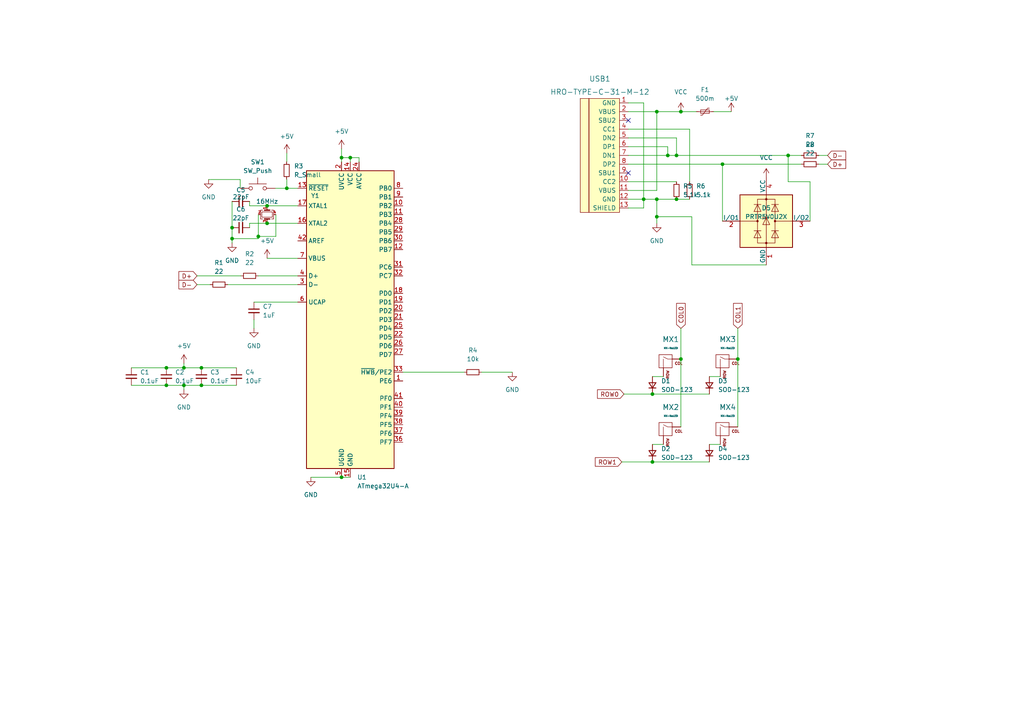
<source format=kicad_sch>
(kicad_sch (version 20211123) (generator eeschema)
  (paper "A4")
  (lib_symbols
    (symbol "Device:C_Small" (pin_numbers hide) (pin_names (offset 0.254) hide)
      (property "Reference" "C" (at 0.254 1.778 0))
      (property "Value" "C_Small" (at 0.254 -2.032 0))
      (symbol "C_Small_0_1"
        (polyline (pts (xy -1.524 -0.508) (xy 1.524 -0.508)) (stroke (width 0.3302)))
        (polyline (pts (xy -1.524 0.508) (xy 1.524 0.508)) (stroke (width 0.3048)))
      )
      (symbol "C_Small_1_1"
        (pin passive line (at 0 2.54 270) (length 2.032) (name "~") (number "1"))
        (pin passive line (at 0 -2.54 90) (length 2.032) (name "~") (number "2"))
      )
    )
    (symbol "Device:Crystal_GND24_Small" (pin_names (offset 1.016) hide)
      (property "Reference" "Y" (at 1.27 4.445 0))
      (property "Value" "Crystal_GND24_Small" (at 1.27 2.54 0))
      (symbol "Crystal_GND24_Small_0_1"
        (rectangle (start -0.762 -1.524) (end 0.762 1.524))
        (polyline (pts (xy -1.27 -0.762) (xy -1.27 0.762)) (stroke (width 0.381)))
        (polyline (pts (xy 1.27 -0.762) (xy 1.27 0.762)) (stroke (width 0.381)))
        (polyline (pts (xy -1.27 -1.27) (xy -1.27 -1.905) (xy 1.27 -1.905) (xy 1.27 -1.27)))
        (polyline (pts (xy -1.27 1.27) (xy -1.27 1.905) (xy 1.27 1.905) (xy 1.27 1.27)))
      )
      (symbol "Crystal_GND24_Small_1_1"
        (pin passive line (at -2.54 0 0) (length 1.27) (name "1") (number "1"))
        (pin passive line (at 0 -2.54 90) (length 0.635) (name "2") (number "2"))
        (pin passive line (at 2.54 0 180) (length 1.27) (name "3") (number "3"))
        (pin passive line (at 0 2.54 270) (length 0.635) (name "4") (number "4"))
      )
    )
    (symbol "Device:D_Small" (pin_numbers hide) (pin_names (offset 0.254) hide)
      (property "Reference" "D" (at -1.27 2.032 0))
      (property "Value" "D_Small" (at -3.81 -2.032 0))
      (symbol "D_Small_0_1"
        (polyline (pts (xy -0.762 -1.016) (xy -0.762 1.016)) (stroke (width 0.254)))
        (polyline (pts (xy -0.762 0) (xy 0.762 0)))
        (polyline (pts (xy 0.762 -1.016) (xy -0.762 0) (xy 0.762 1.016) (xy 0.762 -1.016)) (stroke (width 0.254)))
      )
      (symbol "D_Small_1_1"
        (pin passive line (at -2.54 0 0) (length 1.778) (name "K") (number "1"))
        (pin passive line (at 2.54 0 180) (length 1.778) (name "A") (number "2"))
      )
    )
    (symbol "Device:Polyfuse_Small" (pin_numbers hide) (pin_names (offset 0))
      (property "Reference" "F" (at -1.905 0 90))
      (property "Value" "Polyfuse_Small" (at 1.905 0 90))
      (symbol "Polyfuse_Small_0_1"
        (rectangle (start -0.508 1.27) (end 0.508 -1.27))
        (polyline (pts (xy 0 2.54) (xy 0 -2.54)))
        (polyline (pts (xy -1.016 1.27) (xy -1.016 0.762) (xy 1.016 -0.762) (xy 1.016 -1.27)))
      )
      (symbol "Polyfuse_Small_1_1"
        (pin passive line (at 0 2.54 270) (length 0.635) (name "~") (number "1"))
        (pin passive line (at 0 -2.54 90) (length 0.635) (name "~") (number "2"))
      )
    )
    (symbol "Device:R_Small" (pin_numbers hide) (pin_names (offset 0.254) hide)
      (property "Reference" "R" (at 0.762 0.508 0))
      (property "Value" "R_Small" (at 0.762 -1.016 0))
      (symbol "R_Small_0_1"
        (rectangle (start -0.762 1.778) (end 0.762 -1.778) (stroke (width 0.2032)))
      )
      (symbol "R_Small_1_1"
        (pin passive line (at 0 2.54 270) (length 0.762) (name "~") (number "1"))
        (pin passive line (at 0 -2.54 90) (length 0.762) (name "~") (number "2"))
      )
    )
    (symbol "MCU_Microchip_ATmega:ATmega32U4-A"
      (property "Reference" "U" (at -12.7 44.45 0))
      (property "Value" "ATmega32U4-A" (at 2.54 -44.45 0))
      (symbol "ATmega32U4-A_0_1"
        (rectangle (start -12.7 -43.18) (end 12.7 43.18) (stroke (width 0.254)) (fill (type background)))
      )
      (symbol "ATmega32U4-A_1_1"
        (pin bidirectional line (at 15.24 -17.78 180) (length 2.54) (name "PE6") (number "1"))
        (pin bidirectional line (at 15.24 33.02 180) (length 2.54) (name "PB2") (number "10"))
        (pin bidirectional line (at 15.24 30.48 180) (length 2.54) (name "PB3") (number "11"))
        (pin bidirectional line (at 15.24 20.32 180) (length 2.54) (name "PB7") (number "12"))
        (pin input line (at -15.24 38.1 0) (length 2.54) (name "~{RESET}") (number "13"))
        (pin power_in line (at 0 45.72 270) (length 2.54) (name "VCC") (number "14"))
        (pin power_in line (at 0 -45.72 90) (length 2.54) (name "GND") (number "15"))
        (pin output line (at -15.24 27.94 0) (length 2.54) (name "XTAL2") (number "16"))
        (pin input line (at -15.24 33.02 0) (length 2.54) (name "XTAL1") (number "17"))
        (pin bidirectional line (at 15.24 7.62 180) (length 2.54) (name "PD0") (number "18"))
        (pin bidirectional line (at 15.24 5.08 180) (length 2.54) (name "PD1") (number "19"))
        (pin power_in line (at -2.54 45.72 270) (length 2.54) (name "UVCC") (number "2"))
        (pin bidirectional line (at 15.24 2.54 180) (length 2.54) (name "PD2") (number "20"))
        (pin bidirectional line (at 15.24 0 180) (length 2.54) (name "PD3") (number "21"))
        (pin bidirectional line (at 15.24 -5.08 180) (length 2.54) (name "PD5") (number "22"))
        (pin passive line (at 0 -45.72 90) (length 2.54) hide (name "GND") (number "23"))
        (pin power_in line (at 2.54 45.72 270) (length 2.54) (name "AVCC") (number "24"))
        (pin bidirectional line (at 15.24 -2.54 180) (length 2.54) (name "PD4") (number "25"))
        (pin bidirectional line (at 15.24 -7.62 180) (length 2.54) (name "PD6") (number "26"))
        (pin bidirectional line (at 15.24 -10.16 180) (length 2.54) (name "PD7") (number "27"))
        (pin bidirectional line (at 15.24 27.94 180) (length 2.54) (name "PB4") (number "28"))
        (pin bidirectional line (at 15.24 25.4 180) (length 2.54) (name "PB5") (number "29"))
        (pin bidirectional line (at -15.24 10.16 0) (length 2.54) (name "D-") (number "3"))
        (pin bidirectional line (at 15.24 22.86 180) (length 2.54) (name "PB6") (number "30"))
        (pin bidirectional line (at 15.24 15.24 180) (length 2.54) (name "PC6") (number "31"))
        (pin bidirectional line (at 15.24 12.7 180) (length 2.54) (name "PC7") (number "32"))
        (pin bidirectional line (at 15.24 -15.24 180) (length 2.54) (name "~{HWB}/PE2") (number "33"))
        (pin passive line (at 0 45.72 270) (length 2.54) hide (name "VCC") (number "34"))
        (pin passive line (at 0 -45.72 90) (length 2.54) hide (name "GND") (number "35"))
        (pin bidirectional line (at 15.24 -35.56 180) (length 2.54) (name "PF7") (number "36"))
        (pin bidirectional line (at 15.24 -33.02 180) (length 2.54) (name "PF6") (number "37"))
        (pin bidirectional line (at 15.24 -30.48 180) (length 2.54) (name "PF5") (number "38"))
        (pin bidirectional line (at 15.24 -27.94 180) (length 2.54) (name "PF4") (number "39"))
        (pin bidirectional line (at -15.24 12.7 0) (length 2.54) (name "D+") (number "4"))
        (pin bidirectional line (at 15.24 -25.4 180) (length 2.54) (name "PF1") (number "40"))
        (pin bidirectional line (at 15.24 -22.86 180) (length 2.54) (name "PF0") (number "41"))
        (pin passive line (at -15.24 22.86 0) (length 2.54) (name "AREF") (number "42"))
        (pin passive line (at 0 -45.72 90) (length 2.54) hide (name "GND") (number "43"))
        (pin passive line (at 2.54 45.72 270) (length 2.54) hide (name "AVCC") (number "44"))
        (pin passive line (at -2.54 -45.72 90) (length 2.54) (name "UGND") (number "5"))
        (pin passive line (at -15.24 5.08 0) (length 2.54) (name "UCAP") (number "6"))
        (pin input line (at -15.24 17.78 0) (length 2.54) (name "VBUS") (number "7"))
        (pin bidirectional line (at 15.24 38.1 180) (length 2.54) (name "PB0") (number "8"))
        (pin bidirectional line (at 15.24 35.56 180) (length 2.54) (name "PB1") (number "9"))
      )
    )
    (symbol "MX_Alps_Hybrid:MX-NoLED" (pin_names (offset 1.016))
      (property "Reference" "MX" (at -0.635 3.81 0))
      (property "Value" "MX-NoLED" (at -0.635 1.27 0))
      (symbol "MX-NoLED_0_0"
        (rectangle (start -2.54 2.54) (end 1.27 -1.27))
        (polyline (pts (xy -1.27 -1.27) (xy -1.27 1.27)) (stroke (width 0.127)))
        (polyline (pts (xy 1.27 1.27) (xy 0 1.27) (xy -1.27 1.905)) (stroke (width 0.127)))
        (text "COL" (at 3.175 0 0) (effects (font (size 0.762 0.762))))
        (text "ROW" (at 0 -1.905 900) (effects (font (size 0.762 0.762)) (justify right)))
      )
      (symbol "MX-NoLED_1_1"
        (pin passive line (at 3.81 1.27 180) (length 2.54) (name "COL") (number "1"))
        (pin passive line (at -1.27 -3.81 90) (length 2.54) (name "ROW") (number "2"))
      )
    )
    (symbol "Power_Protection:PRTR5V0U2X" (pin_names (offset 0))
      (property "Reference" "D" (at 2.794 8.636 0))
      (property "Value" "PRTR5V0U2X" (at 8.128 -9.398 0))
      (symbol "PRTR5V0U2X_0_1"
        (rectangle (start -7.62 -7.62) (end 7.62 7.62) (stroke (width 0.254)) (fill (type background)))
        (circle (center -2.54 0) (radius 0.254) (fill (type outline)))
        (rectangle (start -2.54 6.35) (end 2.54 -6.35))
        (circle (center 0 -6.35) (radius 0.254) (fill (type outline)))
        (polyline (pts (xy -2.54 0) (xy -7.62 0)))
        (polyline (pts (xy -1.524 -2.794) (xy -3.556 -2.794)))
        (polyline (pts (xy -1.524 4.826) (xy -3.556 4.826)))
        (polyline (pts (xy 0 -7.62) (xy 0 7.62)))
        (polyline (pts (xy 1.524 -2.794) (xy 3.556 -2.794)))
        (polyline (pts (xy 1.524 4.826) (xy 3.556 4.826)))
        (polyline (pts (xy 2.54 0) (xy 7.62 0)))
        (polyline (pts (xy 1.016 1.016) (xy -1.016 1.016) (xy -1.016 0.508)))
        (polyline (pts (xy -3.556 -4.826) (xy -1.524 -4.826) (xy -2.54 -2.794) (xy -3.556 -4.826)))
        (polyline (pts (xy -3.556 2.794) (xy -1.524 2.794) (xy -2.54 4.826) (xy -3.556 2.794)))
        (polyline (pts (xy -1.016 -1.016) (xy 1.016 -1.016) (xy 0 1.016) (xy -1.016 -1.016)))
        (polyline (pts (xy 3.556 -4.826) (xy 1.524 -4.826) (xy 2.54 -2.794) (xy 3.556 -4.826)))
        (polyline (pts (xy 3.556 2.794) (xy 1.524 2.794) (xy 2.54 4.826) (xy 3.556 2.794)))
        (circle (center 0 6.35) (radius 0.254) (fill (type outline)))
        (circle (center 2.54 0) (radius 0.254) (fill (type outline)))
      )
      (symbol "PRTR5V0U2X_1_1"
        (pin passive line (at 0 -12.7 90) (length 5.08) (name "GND") (number "1"))
        (pin passive line (at -12.7 0 0) (length 5.08) (name "I/O1") (number "2"))
        (pin passive line (at 12.7 0 180) (length 5.08) (name "I/O2") (number "3"))
        (pin passive line (at 0 12.7 270) (length 5.08) (name "VCC") (number "4"))
      )
    )
    (symbol "Switch:SW_Push" (pin_numbers hide) (pin_names (offset 1.016) hide)
      (property "Reference" "SW" (at 1.27 2.54 0))
      (property "Value" "SW_Push" (at 0 -1.524 0))
      (symbol "SW_Push_0_1"
        (circle (center -2.032 0) (radius 0.508))
        (polyline (pts (xy 0 1.27) (xy 0 3.048)))
        (polyline (pts (xy 2.54 1.27) (xy -2.54 1.27)))
        (circle (center 2.032 0) (radius 0.508))
        (pin passive line (at -5.08 0 0) (length 2.54) (name "1") (number "1"))
        (pin passive line (at 5.08 0 180) (length 2.54) (name "2") (number "2"))
      )
    )
    (symbol "Type-C:HRO-TYPE-C-31-M-12" (pin_names (offset 1.016))
      (property "Reference" "USB" (at -5.08 16.51 0))
      (property "Value" "HRO-TYPE-C-31-M-12" (at -10.16 -1.27 90))
      (symbol "HRO-TYPE-C-31-M-12_0_1"
        (rectangle (start -11.43 15.24) (end -8.89 -17.78) (fill (type background)))
        (rectangle (start 0 -17.78) (end -8.89 15.24) (fill (type background)))
      )
      (symbol "HRO-TYPE-C-31-M-12_1_1"
        (pin input line (at 2.54 13.97 180) (length 2.54) (name "GND") (number "1"))
        (pin input line (at 2.54 -8.89 180) (length 2.54) (name "CC2") (number "10"))
        (pin input line (at 2.54 -11.43 180) (length 2.54) (name "VBUS") (number "11"))
        (pin input line (at 2.54 -13.97 180) (length 2.54) (name "GND") (number "12"))
        (pin input line (at 2.54 -16.51 180) (length 2.54) (name "SHIELD") (number "13"))
        (pin input line (at 2.54 11.43 180) (length 2.54) (name "VBUS") (number "2"))
        (pin input line (at 2.54 8.89 180) (length 2.54) (name "SBU2") (number "3"))
        (pin input line (at 2.54 6.35 180) (length 2.54) (name "CC1") (number "4"))
        (pin input line (at 2.54 3.81 180) (length 2.54) (name "DN2") (number "5"))
        (pin input line (at 2.54 1.27 180) (length 2.54) (name "DP1") (number "6"))
        (pin input line (at 2.54 -1.27 180) (length 2.54) (name "DN1") (number "7"))
        (pin input line (at 2.54 -3.81 180) (length 2.54) (name "DP2") (number "8"))
        (pin input line (at 2.54 -6.35 180) (length 2.54) (name "SBU1") (number "9"))
      )
    )
    (symbol "power:+5V" (power) (pin_names (offset 0))
      (property "Value" "+5V" (at 0 3.556 0))
      (symbol "+5V_0_1"
        (polyline (pts (xy -0.762 1.27) (xy 0 2.54)))
        (polyline (pts (xy 0 0) (xy 0 2.54)))
        (polyline (pts (xy 0 2.54) (xy 0.762 1.27)))
      )
      (symbol "+5V_1_1"
        (pin power_in line (at 0 0 90) (length 0) hide (name "+5V") (number "1"))
      )
    )
    (symbol "power:GND" (power) (pin_names (offset 0))
      (property "Value" "GND" (at 0 -3.81 0))
      (symbol "GND_0_1"
        (polyline (pts (xy 0 0) (xy 0 -1.27) (xy 1.27 -1.27) (xy 0 -2.54) (xy -1.27 -1.27) (xy 0 -1.27)))
      )
      (symbol "GND_1_1"
        (pin power_in line (at 0 0 270) (length 0) hide (name "GND") (number "1"))
      )
    )
    (symbol "power:VCC" (power) (pin_names (offset 0))
      (property "Value" "VCC" (at 0 3.81 0))
      (symbol "VCC_0_1"
        (polyline (pts (xy -0.762 1.27) (xy 0 2.54)))
        (polyline (pts (xy 0 0) (xy 0 2.54)))
        (polyline (pts (xy 0 2.54) (xy 0.762 1.27)))
      )
      (symbol "VCC_1_1"
        (pin power_in line (at 0 0 90) (length 0) hide (name "VCC") (number "1"))
      )
    )
  )
  (junction (at 228.6 45.085))
  (junction (at 190.5 57.785))
  (junction (at 189.23 114.3))
  (junction (at 186.69 57.785))
  (junction (at 77.47 64.77))
  (junction (at 77.47 59.69))
  (junction (at 48.26 106.68))
  (junction (at 190.5 62.865))
  (junction (at 197.485 32.385))
  (junction (at 53.34 111.76))
  (junction (at 48.26 111.76))
  (junction (at 197.485 104.14))
  (junction (at 67.31 66.04))
  (junction (at 213.995 104.14))
  (junction (at 196.215 45.085))
  (junction (at 58.42 106.68))
  (junction (at 189.23 133.985))
  (junction (at 193.675 45.085))
  (junction (at 74.93 68.58))
  (junction (at 83.185 54.61))
  (junction (at 53.34 106.68))
  (junction (at 99.06 45.72))
  (junction (at 58.42 111.76))
  (junction (at 99.06 138.43))
  (junction (at 67.31 69.215))
  (junction (at 101.6 45.72))
  (junction (at 190.5 32.385))
  (junction (at 209.55 47.625))
  (junction (at 196.215 57.785))
  (no_connect (at 182.245 50.165))
  (no_connect (at 182.245 34.925))
  (wire (pts (xy 73.66 87.63) (xy 86.36 87.63)))
  (wire (pts (xy 205.74 109.22) (xy 208.915 109.22)))
  (wire (pts (xy 57.15 82.55) (xy 60.96 82.55)))
  (wire (pts (xy 189.23 133.985) (xy 205.74 133.985)))
  (wire (pts (xy 48.26 111.76) (xy 53.34 111.76)))
  (wire (pts (xy 182.245 47.625) (xy 209.55 47.625)))
  (wire (pts (xy 180.975 114.3) (xy 189.23 114.3)))
  (wire (pts (xy 74.93 68.58) (xy 74.93 69.215)))
  (wire (pts (xy 190.5 55.245) (xy 190.5 32.385)))
  (wire (pts (xy 186.69 57.785) (xy 190.5 57.785)))
  (wire (pts (xy 189.23 114.3) (xy 205.74 114.3)))
  (wire (pts (xy 196.215 40.005) (xy 196.215 45.085)))
  (wire (pts (xy 197.485 104.14) (xy 197.485 123.825)))
  (wire (pts (xy 99.06 45.72) (xy 99.06 46.99)))
  (wire (pts (xy 182.245 55.245) (xy 190.5 55.245)))
  (wire (pts (xy 99.06 138.43) (xy 101.6 138.43)))
  (wire (pts (xy 182.245 40.005) (xy 196.215 40.005)))
  (wire (pts (xy 196.215 45.085) (xy 228.6 45.085)))
  (wire (pts (xy 200.025 52.705) (xy 200.025 37.465)))
  (wire (pts (xy 190.5 57.785) (xy 196.215 57.785)))
  (wire (pts (xy 139.7 107.95) (xy 148.59 107.95)))
  (wire (pts (xy 182.245 32.385) (xy 190.5 32.385)))
  (wire (pts (xy 74.93 80.01) (xy 86.36 80.01)))
  (wire (pts (xy 48.26 106.68) (xy 53.34 106.68)))
  (wire (pts (xy 77.47 74.93) (xy 86.36 74.93)))
  (wire (pts (xy 207.01 32.385) (xy 212.09 32.385)))
  (wire (pts (xy 99.06 45.72) (xy 101.6 45.72)))
  (wire (pts (xy 200.66 76.835) (xy 200.66 62.865)))
  (wire (pts (xy 77.47 64.77) (xy 86.36 64.77)))
  (wire (pts (xy 79.8291 54.61) (xy 83.185 54.61)))
  (wire (pts (xy 104.14 45.72) (xy 104.14 46.99)))
  (wire (pts (xy 101.6 45.72) (xy 104.14 45.72)))
  (wire (pts (xy 213.995 95.25) (xy 213.995 104.14)))
  (wire (pts (xy 190.5 57.785) (xy 190.5 62.865)))
  (wire (pts (xy 228.6 45.085) (xy 228.6 52.705)))
  (wire (pts (xy 200.025 37.465) (xy 182.245 37.465)))
  (wire (pts (xy 74.93 68.58) (xy 80.01 68.58)))
  (wire (pts (xy 189.23 128.905) (xy 192.405 128.905)))
  (wire (pts (xy 90.17 138.43) (xy 99.06 138.43)))
  (wire (pts (xy 83.185 44.45) (xy 83.185 46.99)))
  (wire (pts (xy 53.34 105.41) (xy 53.34 106.68)))
  (wire (pts (xy 182.245 57.785) (xy 186.69 57.785)))
  (wire (pts (xy 53.34 111.76) (xy 53.34 113.03)))
  (wire (pts (xy 182.245 52.705) (xy 196.215 52.705)))
  (wire (pts (xy 196.215 57.785) (xy 200.025 57.785)))
  (wire (pts (xy 237.49 45.085) (xy 240.03 45.085)))
  (wire (pts (xy 197.485 32.385) (xy 201.93 32.385)))
  (wire (pts (xy 74.93 62.23) (xy 74.93 68.58)))
  (wire (pts (xy 189.23 109.22) (xy 192.405 109.22)))
  (wire (pts (xy 77.47 59.69) (xy 72.39 59.69)))
  (wire (pts (xy 182.245 42.545) (xy 193.675 42.545)))
  (wire (pts (xy 186.69 60.325) (xy 186.69 57.785)))
  (wire (pts (xy 222.25 76.835) (xy 200.66 76.835)))
  (wire (pts (xy 182.245 45.085) (xy 193.675 45.085)))
  (wire (pts (xy 83.185 52.07) (xy 83.185 54.61)))
  (wire (pts (xy 116.84 107.95) (xy 134.62 107.95)))
  (wire (pts (xy 38.1 106.68) (xy 48.26 106.68)))
  (wire (pts (xy 234.95 64.135) (xy 234.95 52.705)))
  (wire (pts (xy 57.15 80.01) (xy 69.85 80.01)))
  (wire (pts (xy 101.6 45.72) (xy 101.6 46.99)))
  (wire (pts (xy 58.42 106.68) (xy 68.58 106.68)))
  (wire (pts (xy 193.675 42.545) (xy 193.675 45.085)))
  (wire (pts (xy 209.55 47.625) (xy 232.41 47.625)))
  (wire (pts (xy 66.04 82.55) (xy 86.36 82.55)))
  (wire (pts (xy 69.6691 54.61) (xy 69.6691 52.07)))
  (wire (pts (xy 200.66 62.865) (xy 190.5 62.865)))
  (wire (pts (xy 234.95 52.705) (xy 228.6 52.705)))
  (wire (pts (xy 72.39 64.77) (xy 72.39 66.04)))
  (wire (pts (xy 237.49 47.625) (xy 240.03 47.625)))
  (wire (pts (xy 74.93 69.215) (xy 67.31 69.215)))
  (wire (pts (xy 67.31 69.215) (xy 67.31 70.485)))
  (wire (pts (xy 205.74 128.905) (xy 208.915 128.905)))
  (wire (pts (xy 67.31 69.215) (xy 67.31 66.04)))
  (wire (pts (xy 58.42 111.76) (xy 68.58 111.76)))
  (wire (pts (xy 190.5 32.385) (xy 197.485 32.385)))
  (wire (pts (xy 190.5 62.865) (xy 190.5 64.77)))
  (wire (pts (xy 182.245 29.845) (xy 186.69 29.845)))
  (wire (pts (xy 197.485 95.25) (xy 197.485 104.14)))
  (wire (pts (xy 186.69 57.785) (xy 186.69 29.845)))
  (wire (pts (xy 99.06 43.18) (xy 99.06 45.72)))
  (wire (pts (xy 80.01 68.58) (xy 80.01 62.23)))
  (wire (pts (xy 193.675 45.085) (xy 196.215 45.085)))
  (wire (pts (xy 73.66 92.71) (xy 73.66 95.25)))
  (wire (pts (xy 72.39 58.42) (xy 72.39 59.69)))
  (wire (pts (xy 38.1 111.76) (xy 48.26 111.76)))
  (wire (pts (xy 213.995 104.14) (xy 213.995 123.825)))
  (wire (pts (xy 77.47 64.77) (xy 72.39 64.77)))
  (wire (pts (xy 67.31 58.42) (xy 67.31 66.04)))
  (wire (pts (xy 77.47 59.69) (xy 86.36 59.69)))
  (wire (pts (xy 53.34 111.76) (xy 58.42 111.76)))
  (wire (pts (xy 209.55 47.625) (xy 209.55 64.135)))
  (wire (pts (xy 228.6 45.085) (xy 232.41 45.085)))
  (wire (pts (xy 182.245 60.325) (xy 186.69 60.325)))
  (wire (pts (xy 180.34 133.985) (xy 189.23 133.985)))
  (wire (pts (xy 83.185 54.61) (xy 86.36 54.61)))
  (wire (pts (xy 53.34 106.68) (xy 58.42 106.68)))
  (wire (pts (xy 69.6691 52.07) (xy 60.5046 52.0767)))
  (global_label "D-" (shape input) (at 57.15 82.55 180) (property "Intersheet References" "${INTERSHEET_REFS}" (effects hide)))
  (global_label "ROW1" (shape input) (at 180.34 133.985 180) (property "Intersheet References" "${INTERSHEET_REFS}" (effects hide)))
  (global_label "COL1" (shape input) (at 213.995 95.25 90) (property "Intersheet References" "${INTERSHEET_REFS}" (effects hide)))
  (global_label "ROW0" (shape input) (at 180.975 114.3 180) (property "Intersheet References" "${INTERSHEET_REFS}" (effects hide)))
  (global_label "D+" (shape input) (at 57.15 80.01 180) (property "Intersheet References" "${INTERSHEET_REFS}" (effects hide)))
  (global_label "D-" (shape input) (at 240.03 45.085 0) (property "Intersheet References" "${INTERSHEET_REFS}" (effects hide)))
  (global_label "COL0" (shape input) (at 197.485 95.25 90) (property "Intersheet References" "${INTERSHEET_REFS}" (effects hide)))
  (global_label "D+" (shape input) (at 240.03 47.625 0) (property "Intersheet References" "${INTERSHEET_REFS}" (effects hide)))
  (symbol (lib_id "power:VCC") (at 222.25 51.435 0) (unit 1)
    (property "Reference" "#PWR04" (effects hide))
    (property "Value" "VCC" (at 222.25 45.72 0))
  )
  (symbol (lib_id "Device:R_Small") (at 234.95 47.625 90) (unit 1)
    (property "Reference" "R8" (at 234.95 41.91 90))
    (property "Value" "22" (at 234.95 44.45 90))
    (property "Footprint" "Resistor_SMD:R_0805_2012Metric" (effects hide))
  )
  (symbol (lib_id "power:GND") (at 53.34 113.03 0) (unit 1)
    (property "Reference" "#PWR0101" (effects hide))
    (property "Value" "GND" (at 53.34 118.11 0))
  )
  (symbol (lib_id "Device:R_Small") (at 72.39 80.01 90) (unit 1)
    (property "Reference" "R2" (at 72.39 73.66 90))
    (property "Value" "22" (at 72.39 76.2 90))
    (property "Footprint" "Resistor_SMD:R_0805_2012Metric" (effects hide))
  )
  (symbol (lib_id "Device:C_Small") (at 69.85 66.04 90) (unit 1)
    (property "Reference" "C6" (at 69.8563 60.69 90))
    (property "Value" "22pF" (at 69.8563 63.23 90))
    (property "Footprint" "Capacitor_SMD:C_0805_2012Metric" (effects hide))
  )
  (symbol (lib_id "Device:R_Small") (at 137.16 107.95 90) (unit 1)
    (property "Reference" "R4" (at 137.16 101.6 90))
    (property "Value" "10k" (at 137.16 104.14 90))
    (property "Footprint" "Resistor_SMD:R_0805_2012Metric" (effects hide))
  )
  (symbol (lib_id "power:VCC") (at 197.485 32.385 0) (unit 1)
    (property "Reference" "#PWR02" (effects hide))
    (property "Value" "VCC" (at 197.485 26.67 0))
  )
  (symbol (lib_id "MX_Alps_Hybrid:MX-NoLED") (at 210.185 125.095 0) (unit 1)
    (property "Reference" "MX4" (at 211.0706 118.11 0) (effects (font (size 1.524 1.524))))
    (property "Value" "MX-NoLED" (at 211.0706 120.65 0) (effects (font (size 0.508 0.508))))
    (property "Footprint" "MX_Alps_Hybrid:MX-2U-NoLED" (effects hide))
  )
  (symbol (lib_id "Device:R_Small") (at 200.025 55.245 0) (unit 1)
    (property "Reference" "R6" (at 201.93 53.9749 0) (effects (justify left)))
    (property "Value" "5.1k" (at 201.93 56.5149 0) (effects (justify left)))
    (property "Footprint" "Resistor_SMD:R_0805_2012Metric" (effects hide))
  )
  (symbol (lib_id "power:GND") (at 73.66 95.25 0) (unit 1)
    (property "Reference" "#PWR0103" (effects hide))
    (property "Value" "GND" (at 73.66 100.33 0))
  )
  (symbol (lib_id "power:GND") (at 67.31 70.485 0) (unit 1)
    (property "Reference" "#PWR0107" (effects hide))
    (property "Value" "GND" (at 67.31 75.565 0))
  )
  (symbol (lib_id "power:+5V") (at 212.09 32.385 0) (unit 1)
    (property "Reference" "#PWR03" (effects hide))
    (property "Value" "+5V" (at 212.09 28.575 0))
  )
  (symbol (lib_id "Device:R_Small") (at 234.95 45.085 90) (unit 1)
    (property "Reference" "R7" (at 234.95 39.37 90))
    (property "Value" "22" (at 234.95 41.91 90))
    (property "Footprint" "Resistor_SMD:R_0805_2012Metric" (effects hide))
  )
  (symbol (lib_id "Device:Polyfuse_Small") (at 204.47 32.385 90) (unit 1)
    (property "Reference" "F1" (at 204.47 26.035 90))
    (property "Value" "500m" (at 204.47 28.575 90))
    (property "Footprint" "Fuse:Fuse_1206_3216Metric" (effects hide))
  )
  (symbol (lib_id "MX_Alps_Hybrid:MX-NoLED") (at 210.185 105.41 0) (unit 1)
    (property "Reference" "MX3" (at 211.0706 98.425 0) (effects (font (size 1.524 1.524))))
    (property "Value" "MX-NoLED" (at 211.0706 100.965 0) (effects (font (size 0.508 0.508))))
    (property "Footprint" "MX_Alps_Hybrid:MX-2U-NoLED" (effects hide))
  )
  (symbol (lib_id "Device:Crystal_GND24_Small") (at 77.47 62.23 270) (unit 1)
    (property "Reference" "Y1" (at 91.44 56.7688 90))
    (property "Value" "16MHz" (at 77.47 58.42 90))
    (property "Footprint" "Crystal:Crystal_SMD_3225-4Pin_3.2x2.5mm" (effects hide))
  )
  (symbol (lib_id "Power_Protection:PRTR5V0U2X") (at 222.25 64.135 0) (unit 1)
    (property "Reference" "D5" (at 222.25 60.325 0))
    (property "Value" "PRTR5V0U2X" (at 222.25 62.865 0))
    (property "Footprint" "Package_TO_SOT_SMD:SOT-143" (effects hide))
    (property "Datasheet" "https://assets.nexperia.com/documents/data-sheet/PRTR5V0U2X.pdf" (effects hide))
  )
  (symbol (lib_id "power:GND") (at 148.59 107.95 0) (unit 1)
    (property "Reference" "#PWR0104" (effects hide))
    (property "Value" "GND" (at 148.59 113.03 0))
  )
  (symbol (lib_id "Device:R_Small") (at 83.1344 49.4512 0) (unit 1)
    (property "Reference" "R3" (at 85.2899 48.1811 0) (effects (justify left)))
    (property "Value" "R_Small" (at 85.2899 50.7211 0) (effects (justify left)))
    (property "Footprint" "Resistor_SMD:R_0805_2012Metric" (effects hide))
  )
  (symbol (lib_id "power:+5V") (at 53.34 105.41 0) (unit 1)
    (property "Reference" "#PWR0105" (effects hide))
    (property "Value" "+5V" (at 53.34 100.33 0))
  )
  (symbol (lib_id "power:GND") (at 90.17 138.43 0) (unit 1)
    (property "Reference" "#PWR0102" (effects hide))
    (property "Value" "GND" (at 90.17 143.51 0))
  )
  (symbol (lib_id "Device:D_Small") (at 189.23 111.76 90) (unit 1)
    (property "Reference" "D1" (at 191.77 110.4899 90) (effects (justify right)))
    (property "Value" "SOD-123" (at 191.77 113.0299 90) (effects (justify right)))
    (property "Footprint" "Diode_SMD:D_SOD-123" (effects hide))
  )
  (symbol (lib_id "Device:C_Small") (at 58.42 109.22 0) (unit 1)
    (property "Reference" "C3" (at 60.96 107.9562 0) (effects (justify left)))
    (property "Value" "0.1uF" (at 60.96 110.4962 0) (effects (justify left)))
    (property "Footprint" "Capacitor_SMD:C_0805_2012Metric" (effects hide))
  )
  (symbol (lib_id "Device:R_Small") (at 196.215 55.245 0) (unit 1)
    (property "Reference" "R5" (at 198.12 53.9749 0) (effects (justify left)))
    (property "Value" "5.1k" (at 198.12 56.5149 0) (effects (justify left)))
    (property "Footprint" "Resistor_SMD:R_0805_2012Metric" (effects hide))
  )
  (symbol (lib_id "Device:C_Small") (at 68.58 109.22 0) (unit 1)
    (property "Reference" "C4" (at 71.12 107.9562 0) (effects (justify left)))
    (property "Value" "10uF" (at 71.12 110.4962 0) (effects (justify left)))
    (property "Footprint" "Capacitor_SMD:C_0805_2012Metric" (effects hide))
  )
  (symbol (lib_id "Device:C_Small") (at 38.1 109.22 0) (unit 1)
    (property "Reference" "C1" (at 40.64 107.9562 0) (effects (justify left)))
    (property "Value" "0.1uF" (at 40.64 110.4962 0) (effects (justify left)))
    (property "Footprint" "Capacitor_SMD:C_0805_2012Metric" (effects hide))
  )
  (symbol (lib_id "MCU_Microchip_ATmega:ATmega32U4-A") (at 101.6 92.71 0) (unit 1)
    (property "Reference" "U1" (at 103.6194 138.43 0) (effects (justify left)))
    (property "Value" "ATmega32U4-A" (at 103.6194 140.97 0) (effects (justify left)))
    (property "Footprint" "Package_QFP:TQFP-44_10x10mm_P0.8mm" (effects hide))
    (property "Datasheet" "http://ww1.microchip.com/downloads/en/DeviceDoc/Atmel-7766-8-bit-AVR-ATmega16U4-32U4_Datasheet.pdf" (effects hide))
  )
  (symbol (lib_id "Type-C:HRO-TYPE-C-31-M-12") (at 179.705 43.815 0) (unit 1)
    (property "Reference" "USB1" (at 173.99 22.86 0) (effects (font (size 1.524 1.524))))
    (property "Value" "HRO-TYPE-C-31-M-12" (at 173.99 26.67 0) (effects (font (size 1.524 1.524))))
    (property "Footprint" "Type-C:HRO-TYPE-C-31-M-12" (effects hide))
  )
  (symbol (lib_id "Device:D_Small") (at 205.74 111.76 90) (unit 1)
    (property "Reference" "D3" (at 208.28 110.4899 90) (effects (justify right)))
    (property "Value" "SOD-123" (at 208.28 113.0299 90) (effects (justify right)))
    (property "Footprint" "Diode_SMD:D_SOD-123" (effects hide))
  )
  (symbol (lib_id "MX_Alps_Hybrid:MX-NoLED") (at 193.675 125.095 0) (unit 1)
    (property "Reference" "MX2" (at 194.5606 118.11 0) (effects (font (size 1.524 1.524))))
    (property "Value" "MX-NoLED" (at 194.5606 120.65 0) (effects (font (size 0.508 0.508))))
    (property "Footprint" "MX_Alps_Hybrid:MX-2U-NoLED" (effects hide))
  )
  (symbol (lib_id "Device:C_Small") (at 69.85 58.42 90) (unit 1)
    (property "Reference" "C5" (at 69.8504 55.1078 90))
    (property "Value" "22pF" (at 69.9009 57.1285 90))
    (property "Footprint" "Capacitor_SMD:C_0805_2012Metric" (effects hide))
  )
  (symbol (lib_id "Device:D_Small") (at 205.74 131.445 90) (unit 1)
    (property "Reference" "D4" (at 208.28 130.1749 90) (effects (justify right)))
    (property "Value" "SOD-123" (at 208.28 132.7149 90) (effects (justify right)))
    (property "Footprint" "Diode_SMD:D_SOD-123" (effects hide))
  )
  (symbol (lib_id "Device:C_Small") (at 48.26 109.22 0) (unit 1)
    (property "Reference" "C2" (at 50.8 107.9562 0) (effects (justify left)))
    (property "Value" "0.1uF" (at 50.8 110.4962 0) (effects (justify left)))
    (property "Footprint" "Capacitor_SMD:C_0805_2012Metric" (effects hide))
  )
  (symbol (lib_id "Device:C_Small") (at 73.66 90.17 0) (unit 1)
    (property "Reference" "C7" (at 76.2 88.9062 0) (effects (justify left)))
    (property "Value" "1uF" (at 76.2 91.4462 0) (effects (justify left)))
    (property "Footprint" "Capacitor_SMD:C_0805_2012Metric" (effects hide))
  )
  (symbol (lib_id "MX_Alps_Hybrid:MX-NoLED") (at 193.675 105.41 0) (unit 1)
    (property "Reference" "MX1" (at 194.5606 98.425 0) (effects (font (size 1.524 1.524))))
    (property "Value" "MX-NoLED" (at 194.5606 100.965 0) (effects (font (size 0.508 0.508))))
    (property "Footprint" "MX_Alps_Hybrid:MX-2U-NoLED" (effects hide))
  )
  (symbol (lib_id "Device:R_Small") (at 63.5 82.55 90) (unit 1)
    (property "Reference" "R1" (at 63.5 76.2 90))
    (property "Value" "22" (at 63.5 78.74 90))
    (property "Footprint" "Resistor_SMD:R_0805_2012Metric" (effects hide))
  )
  (symbol (lib_id "power:GND") (at 190.5 64.77 0) (mirror y) (unit 1)
    (property "Reference" "#PWR01" (effects hide))
    (property "Value" "GND" (at 190.5 69.85 0))
  )
  (symbol (lib_id "power:+5V") (at 99.06 43.18 0) (unit 1)
    (property "Reference" "#PWR0108" (effects hide))
    (property "Value" "+5V" (at 99.06 38.1 0))
  )
  (symbol (lib_id "power:+5V") (at 77.47 74.93 0) (unit 1)
    (property "Reference" "#PWR0109" (effects hide))
    (property "Value" "+5V" (at 77.47 69.85 0))
  )
  (symbol (lib_id "Switch:SW_Push") (at 74.7491 54.61 0) (unit 1)
    (property "Reference" "SW1" (at 74.7491 46.99 0))
    (property "Value" "SW_Push" (at 74.7491 49.53 0))
    (property "Footprint" "random-keyboard-parts:SKQG-1155865" (effects hide))
  )
  (symbol (lib_id "power:GND") (at 60.5046 52.0767 0) (unit 1)
    (property "Reference" "#PWR0110" (effects hide))
    (property "Value" "GND" (at 60.5046 57.1567 0))
  )
  (symbol (lib_id "Device:D_Small") (at 189.23 131.445 90) (unit 1)
    (property "Reference" "D2" (at 191.77 130.1749 90) (effects (justify right)))
    (property "Value" "SOD-123" (at 191.77 132.7149 90) (effects (justify right)))
    (property "Footprint" "Diode_SMD:D_SOD-123" (effects hide))
  )
  (symbol (lib_id "power:+5V") (at 83.185 44.45 0) (unit 1)
    (property "Reference" "#PWR0106" (effects hide))
    (property "Value" "+5V" (at 83.185 39.5735 0))
  )
)
</source>
